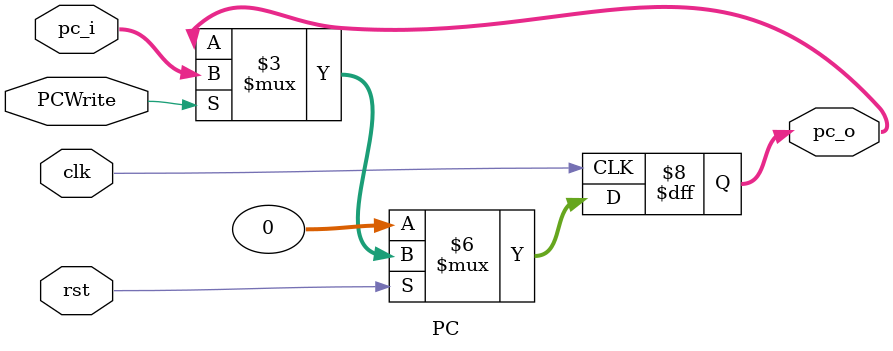
<source format=v>
module PC (
    input clk,
    input rst,
    input PCWrite,
    input [31:0] pc_i,
    output reg [31:0] pc_o
);

always @(posedge clk ) begin
	if (~rst)
		pc_o <=32'b0;
	else if(PCWrite)
		pc_o <= pc_i;
end
endmodule


</source>
